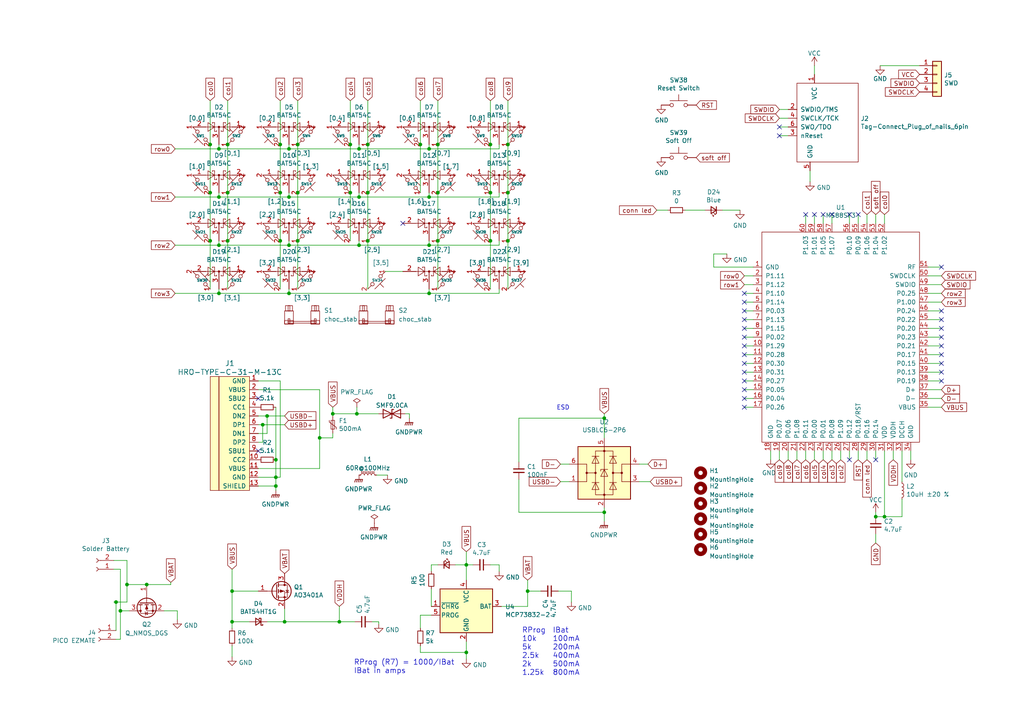
<source format=kicad_sch>
(kicad_sch (version 20250114) (generator "eeschema") (generator_version "9.0")
  (paper "A4")
  (title_block (title "Charles") (date "2021-08-10") (rev "v0.1"))
  (text "ESD" (at 163.322 118.364 0) (effects (font (size 1.27 1.27))))
  (text "RProg\n10k\n5k\n2.5k\n2k\n1.25k" (at 151.384 196.088 0) (effects (font (size 1.524 1.524)) (justify left bottom)))
  (text "IBat\n100mA\n200mA\n400mA\n500mA\n800mA" (at 160.274 196.088 0) (effects (font (size 1.524 1.524)) (justify left bottom)))
  (text "RProg (R7) = 1000/IBat\nIBat in amps" (at 102.616 195.58 0) (effects (font (size 1.524 1.524)) (justify left bottom)))
  (junction (at 83.82 85.09))
  (junction (at 147.32 55.88))
  (junction (at 124.46 57.15))
  (junction (at 124.46 85.09))
  (junction (at 92.71 127))
  (junction (at 135.255 189.23))
  (junction (at 81.28 69.85))
  (junction (at 98.425 180.34))
  (junction (at 86.36 55.88))
  (junction (at 83.82 43.18))
  (junction (at 42.545 169.545))
  (junction (at 147.32 69.85))
  (junction (at 175.26 121.285))
  (junction (at 106.68 55.88))
  (junction (at 127 69.85))
  (junction (at 106.68 69.85))
  (junction (at 81.28 55.88))
  (junction (at 104.14 71.12))
  (junction (at 142.24 69.85))
  (junction (at 101.6 41.91))
  (junction (at 63.5 71.12))
  (junction (at 83.82 71.12))
  (junction (at 63.5 43.18))
  (junction (at 103.505 120.015))
  (junction (at 124.46 71.12))
  (junction (at 254 149.86))
  (junction (at 83.82 57.15))
  (junction (at 101.6 55.88))
  (junction (at 86.36 69.85))
  (junction (at 135.255 163.83))
  (junction (at 80.01 140.97))
  (junction (at 142.24 55.88))
  (junction (at 80.01 138.43))
  (junction (at 86.36 41.91))
  (junction (at 66.04 41.91))
  (junction (at 121.92 41.91))
  (junction (at 33.655 174.625))
  (junction (at 256.54 149.86))
  (junction (at 96.52 120.015))
  (junction (at 60.96 41.91))
  (junction (at 34.925 177.165))
  (junction (at 147.32 41.91))
  (junction (at 67.31 180.34))
  (junction (at 80.01 133.35))
  (junction (at 104.14 43.18))
  (junction (at 60.96 55.88))
  (junction (at 153.035 171.45))
  (junction (at 104.14 57.15))
  (junction (at 142.24 41.91))
  (junction (at 66.04 69.85))
  (junction (at 81.28 41.91))
  (junction (at 36.83 169.545))
  (junction (at 77.47 120.65))
  (junction (at 67.31 171.45))
  (junction (at 63.5 85.09))
  (junction (at 127 55.88))
  (junction (at 175.26 148.59))
  (junction (at 127 41.91))
  (junction (at 60.96 69.85))
  (junction (at 66.04 55.88))
  (junction (at 82.55 180.34))
  (junction (at 106.68 41.91))
  (junction (at 124.46 43.18))
  (junction (at 76.2 123.19))
  (junction (at 63.5 57.15))
  (no_connect (at 248.92 62.23))
  (no_connect (at 246.38 62.23))
  (no_connect (at 273.05 107.95))
  (no_connect (at 236.22 62.23))
  (no_connect (at 273.05 92.71))
  (no_connect (at 273.05 95.25))
  (no_connect (at 215.9 85.09))
  (no_connect (at 254 133.35))
  (no_connect (at 215.9 118.11))
  (no_connect (at 215.9 115.57))
  (no_connect (at 116.84 64.77))
  (no_connect (at 246.38 133.35))
  (no_connect (at 233.68 62.23))
  (no_connect (at 74.93 115.57))
  (no_connect (at 215.9 107.95))
  (no_connect (at 226.06 39.37))
  (no_connect (at 273.05 77.47))
  (no_connect (at 273.05 102.87))
  (no_connect (at 226.06 36.83))
  (no_connect (at 273.05 110.49))
  (no_connect (at 215.9 100.33))
  (no_connect (at 215.9 95.25))
  (no_connect (at 215.9 97.79))
  (no_connect (at 273.05 100.33))
  (no_connect (at 215.9 102.87))
  (no_connect (at 215.9 105.41))
  (no_connect (at 241.3 62.23))
  (no_connect (at 273.05 90.17))
  (no_connect (at 238.76 62.23))
  (no_connect (at 74.93 130.81))
  (no_connect (at 273.05 97.79))
  (no_connect (at 273.05 105.41))
  (no_connect (at 215.9 92.71))
  (no_connect (at 215.9 87.63))
  (no_connect (at 215.9 90.17))
  (no_connect (at 215.9 113.03))
  (no_connect (at 215.9 110.49))
  (wire (pts (xy 215.9 110.49) (xy 218.44 110.49)))
  (wire (pts (xy 124.46 41.91) (xy 124.46 43.18)))
  (wire (pts (xy 86.36 55.88) (xy 86.36 69.85)))
  (wire (pts (xy 83.82 57.15) (xy 104.14 57.15)))
  (wire (pts (xy 33.02 165.1) (xy 34.925 165.1)))
  (wire (pts (xy 175.26 120.015) (xy 175.26 121.285)))
  (wire (pts (xy 135.255 189.23) (xy 135.255 191.135)))
  (wire (pts (xy 215.9 85.09) (xy 218.44 85.09)))
  (wire (pts (xy 118.745 120.015) (xy 118.745 121.285)))
  (wire (pts (xy 215.9 113.03) (xy 218.44 113.03)))
  (wire (pts (xy 103.505 120.015) (xy 103.505 118.11)))
  (wire (pts (xy 273.05 115.57) (xy 269.24 115.57)))
  (wire (pts (xy 144.78 85.09) (xy 144.78 83.82)))
  (wire (pts (xy 124.46 69.85) (xy 124.46 71.12)))
  (wire (pts (xy 226.06 133.35) (xy 226.06 130.81)))
  (wire (pts (xy 80.01 140.97) (xy 80.01 142.24)))
  (wire (pts (xy 273.05 105.41) (xy 269.24 105.41)))
  (wire (pts (xy 198.755 60.96) (xy 204.47 60.96)))
  (wire (pts (xy 80.01 138.43) (xy 80.01 140.97)))
  (wire (pts (xy 51.435 177.165) (xy 51.435 179.705)))
  (wire (pts (xy 96.52 120.015) (xy 96.52 118.11)))
  (wire (pts (xy 233.68 133.35) (xy 233.68 130.81)))
  (wire (pts (xy 125.095 163.83) (xy 125.095 165.735)))
  (wire (pts (xy 67.31 165.1) (xy 67.31 171.45)))
  (wire (pts (xy 33.02 162.56) (xy 36.83 162.56)))
  (wire (pts (xy 261.62 130.81) (xy 261.62 139.7)))
  (wire (pts (xy 273.05 113.03) (xy 269.24 113.03)))
  (wire (pts (xy 142.24 29.21) (xy 142.24 41.91)))
  (wire (pts (xy 63.5 43.18) (xy 63.5 41.91)))
  (wire (pts (xy 236.22 133.35) (xy 236.22 130.81)))
  (wire (pts (xy 81.28 69.85) (xy 81.28 83.82)))
  (wire (pts (xy 67.31 182.245) (xy 67.31 180.34)))
  (wire (pts (xy 74.93 125.73) (xy 77.47 125.73)))
  (wire (pts (xy 124.46 71.12) (xy 144.78 71.12)))
  (wire (pts (xy 121.92 29.21) (xy 121.92 41.91)))
  (wire (pts (xy 188.595 139.7) (xy 185.42 139.7)))
  (wire (pts (xy 215.9 95.25) (xy 218.44 95.25)))
  (wire (pts (xy 273.05 80.01) (xy 269.24 80.01)))
  (wire (pts (xy 144.78 41.91) (xy 144.78 43.18)))
  (wire (pts (xy 106.68 29.21) (xy 106.68 41.91)))
  (wire (pts (xy 66.04 55.88) (xy 66.04 69.85)))
  (wire (pts (xy 107.95 180.34) (xy 109.855 180.34)))
  (wire (pts (xy 117.475 120.015) (xy 118.745 120.015)))
  (wire (pts (xy 74.93 110.49) (xy 81.28 110.49)))
  (wire (pts (xy 256.54 62.23) (xy 256.54 64.77)))
  (wire (pts (xy 104.14 71.12) (xy 124.46 71.12)))
  (wire (pts (xy 66.04 69.85) (xy 66.04 83.82)))
  (wire (pts (xy 96.52 120.015) (xy 103.505 120.015)))
  (wire (pts (xy 86.36 69.85) (xy 86.36 83.82)))
  (wire (pts (xy 215.9 105.41) (xy 218.44 105.41)))
  (wire (pts (xy 47.625 177.165) (xy 51.435 177.165)))
  (wire (pts (xy 74.93 140.97) (xy 80.01 140.97)))
  (wire (pts (xy 33.02 174.625) (xy 33.655 174.625)))
  (wire (pts (xy 150.495 148.59) (xy 175.26 148.59)))
  (wire (pts (xy 231.14 133.35) (xy 231.14 130.81)))
  (wire (pts (xy 259.08 130.81) (xy 259.08 133.35)))
  (wire (pts (xy 104.14 55.88) (xy 104.14 57.15)))
  (wire (pts (xy 254 149.86) (xy 256.54 149.86)))
  (wire (pts (xy 92.71 113.03) (xy 74.93 113.03)))
  (wire (pts (xy 104.14 69.85) (xy 104.14 71.12)))
  (wire (pts (xy 236.22 62.23) (xy 236.22 64.77)))
  (wire (pts (xy 67.31 171.45) (xy 67.31 180.34)))
  (wire (pts (xy 254 157.48) (xy 254 154.94)))
  (wire (pts (xy 135.255 160.02) (xy 135.255 163.83)))
  (wire (pts (xy 254 62.23) (xy 254 64.77)))
  (wire (pts (xy 74.93 120.65) (xy 77.47 120.65)))
  (wire (pts (xy 63.5 85.09) (xy 83.82 85.09)))
  (wire (pts (xy 238.76 62.23) (xy 238.76 64.77)))
  (wire (pts (xy 60.96 29.21) (xy 60.96 41.91)))
  (wire (pts (xy 106.68 69.85) (xy 106.68 83.82)))
  (wire (pts (xy 101.6 55.88) (xy 101.6 69.85)))
  (wire (pts (xy 238.76 133.35) (xy 238.76 130.81)))
  (wire (pts (xy 175.26 121.285) (xy 175.26 127)))
  (wire (pts (xy 106.68 41.91) (xy 106.68 55.88)))
  (wire (pts (xy 104.14 41.91) (xy 104.14 43.18)))
  (wire (pts (xy 96.52 125.73) (xy 96.52 127)))
  (wire (pts (xy 74.93 138.43) (xy 80.01 138.43)))
  (wire (pts (xy 207.01 73.66) (xy 207.01 77.47)))
  (wire (pts (xy 261.62 144.78) (xy 261.62 149.86)))
  (wire (pts (xy 83.82 83.82) (xy 83.82 85.09)))
  (wire (pts (xy 144.78 163.83) (xy 144.78 165.735)))
  (wire (pts (xy 135.255 186.055) (xy 135.255 189.23)))
  (wire (pts (xy 33.655 174.625) (xy 33.655 182.88)))
  (wire (pts (xy 66.04 41.91) (xy 66.04 55.88)))
  (wire (pts (xy 63.5 83.82) (xy 63.5 85.09)))
  (wire (pts (xy 251.46 62.23) (xy 251.46 64.77)))
  (wire (pts (xy 147.32 69.85) (xy 147.32 83.82)))
  (wire (pts (xy 81.28 41.91) (xy 81.28 55.88)))
  (wire (pts (xy 153.035 175.895) (xy 153.035 171.45)))
  (wire (pts (xy 63.5 57.15) (xy 83.82 57.15)))
  (wire (pts (xy 34.925 177.165) (xy 37.465 177.165)))
  (wire (pts (xy 273.05 82.55) (xy 269.24 82.55)))
  (wire (pts (xy 80.01 133.35) (xy 80.01 138.43)))
  (wire (pts (xy 63.5 71.12) (xy 83.82 71.12)))
  (wire (pts (xy 251.46 133.35) (xy 251.46 130.81)))
  (wire (pts (xy 248.92 133.35) (xy 248.92 130.81)))
  (wire (pts (xy 215.9 90.17) (xy 218.44 90.17)))
  (wire (pts (xy 162.56 134.62) (xy 165.1 134.62)))
  (wire (pts (xy 215.9 82.55) (xy 218.44 82.55)))
  (wire (pts (xy 60.96 55.88) (xy 60.96 69.85)))
  (wire (pts (xy 273.05 102.87) (xy 269.24 102.87)))
  (wire (pts (xy 121.92 41.91) (xy 121.92 55.88)))
  (wire (pts (xy 142.24 41.91) (xy 142.24 55.88)))
  (wire (pts (xy 60.96 69.85) (xy 60.96 83.82)))
  (wire (pts (xy 125.095 178.435) (xy 121.92 178.435)))
  (wire (pts (xy 193.675 60.96) (xy 190.5 60.96)))
  (wire (pts (xy 111.76 78.74) (xy 116.84 78.74)))
  (wire (pts (xy 273.05 107.95) (xy 269.24 107.95)))
  (wire (pts (xy 144.78 43.18) (xy 124.46 43.18)))
  (wire (pts (xy 147.32 29.21) (xy 147.32 41.91)))
  (wire (pts (xy 77.47 125.73) (xy 77.47 120.65)))
  (wire (pts (xy 161.925 171.45) (xy 165.735 171.45)))
  (wire (pts (xy 142.24 69.85) (xy 142.24 83.82)))
  (wire (pts (xy 215.9 118.11) (xy 218.44 118.11)))
  (wire (pts (xy 66.04 29.21) (xy 66.04 41.91)))
  (wire (pts (xy 137.16 163.83) (xy 135.255 163.83)))
  (wire (pts (xy 150.495 148.59) (xy 150.495 139.065)))
  (wire (pts (xy 103.505 120.015) (xy 109.855 120.015)))
  (wire (pts (xy 83.82 41.91) (xy 83.82 43.18)))
  (wire (pts (xy 234.95 49.53) (xy 234.95 52.705)))
  (wire (pts (xy 81.28 55.88) (xy 81.28 69.85)))
  (wire (pts (xy 153.035 171.45) (xy 153.035 168.275)))
  (wire (pts (xy 109.22 137.795) (xy 112.395 137.795)))
  (wire (pts (xy 81.28 138.43) (xy 80.01 138.43)))
  (wire (pts (xy 125.095 170.815) (xy 125.095 175.895)))
  (wire (pts (xy 83.82 43.18) (xy 63.5 43.18)))
  (wire (pts (xy 241.3 133.35) (xy 241.3 130.81)))
  (wire (pts (xy 273.05 110.49) (xy 269.24 110.49)))
  (wire (pts (xy 98.425 180.34) (xy 102.87 180.34)))
  (wire (pts (xy 243.84 133.35) (xy 243.84 130.81)))
  (wire (pts (xy 127 41.91) (xy 127 55.88)))
  (wire (pts (xy 241.3 62.23) (xy 241.3 64.77)))
  (wire (pts (xy 127 163.83) (xy 125.095 163.83)))
  (wire (pts (xy 80.01 118.11) (xy 80.01 133.35)))
  (wire (pts (xy 106.68 55.88) (xy 106.68 69.85)))
  (wire (pts (xy 269.24 118.11) (xy 273.05 118.11)))
  (wire (pts (xy 215.9 80.01) (xy 218.44 80.01)))
  (wire (pts (xy 142.24 55.88) (xy 142.24 69.85)))
  (wire (pts (xy 273.05 95.25) (xy 269.24 95.25)))
  (wire (pts (xy 132.08 163.83) (xy 135.255 163.83)))
  (wire (pts (xy 67.31 171.45) (xy 74.93 171.45)))
  (wire (pts (xy 82.55 176.53) (xy 82.55 180.34)))
  (wire (pts (xy 83.82 71.12) (xy 104.14 71.12)))
  (wire (pts (xy 147.32 41.91) (xy 147.32 55.88)))
  (wire (pts (xy 34.925 165.1) (xy 34.925 177.165)))
  (wire (pts (xy 33.655 174.625) (xy 36.83 174.625)))
  (wire (pts (xy 256.54 130.81) (xy 256.54 149.86)))
  (wire (pts (xy 77.47 120.65) (xy 82.55 120.65)))
  (wire (pts (xy 36.83 169.545) (xy 36.83 174.625)))
  (wire (pts (xy 76.2 128.27) (xy 76.2 123.19)))
  (wire (pts (xy 144.78 69.85) (xy 144.78 71.12)))
  (wire (pts (xy 50.8 43.18) (xy 63.5 43.18)))
  (wire (pts (xy 109.855 180.34) (xy 109.855 180.975)))
  (wire (pts (xy 127 29.21) (xy 127 41.91)))
  (wire (pts (xy 42.545 169.545) (xy 49.53 169.545)))
  (wire (pts (xy 60.96 41.91) (xy 60.96 55.88)))
  (wire (pts (xy 228.6 34.29) (xy 226.06 34.29)))
  (wire (pts (xy 36.83 169.545) (xy 42.545 169.545)))
  (wire (pts (xy 246.38 62.23) (xy 246.38 64.77)))
  (wire (pts (xy 215.9 97.79) (xy 218.44 97.79)))
  (wire (pts (xy 36.83 162.56) (xy 36.83 169.545)))
  (wire (pts (xy 83.82 55.88) (xy 83.82 57.15)))
  (wire (pts (xy 50.8 71.12) (xy 63.5 71.12)))
  (wire (pts (xy 74.93 123.19) (xy 76.2 123.19)))
  (wire (pts (xy 63.5 69.85) (xy 63.5 71.12)))
  (wire (pts (xy 50.8 85.09) (xy 63.5 85.09)))
  (wire (pts (xy 256.54 149.86) (xy 261.62 149.86)))
  (wire (pts (xy 74.93 135.89) (xy 92.71 135.89)))
  (wire (pts (xy 273.05 90.17) (xy 269.24 90.17)))
  (wire (pts (xy 226.06 36.83) (xy 228.6 36.83)))
  (wire (pts (xy 233.68 62.23) (xy 233.68 64.77)))
  (wire (pts (xy 156.845 171.45) (xy 153.035 171.45)))
  (wire (pts (xy 175.26 151.13) (xy 175.26 148.59)))
  (wire (pts (xy 86.36 29.21) (xy 86.36 41.91)))
  (wire (pts (xy 104.14 43.18) (xy 83.82 43.18)))
  (wire (pts (xy 210.82 73.66) (xy 207.01 73.66)))
  (wire (pts (xy 83.82 69.85) (xy 83.82 71.12)))
  (wire (pts (xy 273.05 87.63) (xy 269.24 87.63)))
  (wire (pts (xy 63.5 55.88) (xy 63.5 57.15)))
  (wire (pts (xy 269.24 97.79) (xy 273.05 97.79)))
  (wire (pts (xy 81.28 110.49) (xy 81.28 138.43)))
  (wire (pts (xy 124.46 57.15) (xy 144.78 57.15)))
  (wire (pts (xy 147.32 55.88) (xy 147.32 69.85)))
  (wire (pts (xy 150.495 121.285) (xy 150.495 133.985)))
  (wire (pts (xy 81.28 29.21) (xy 81.28 41.91)))
  (wire (pts (xy 92.71 127) (xy 96.52 127)))
  (wire (pts (xy 124.46 43.18) (xy 104.14 43.18)))
  (wire (pts (xy 67.31 180.34) (xy 72.39 180.34)))
  (wire (pts (xy 150.495 121.285) (xy 175.26 121.285)))
  (wire (pts (xy 254 149.86) (xy 254 148.59)))
  (wire (pts (xy 215.9 102.87) (xy 218.44 102.87)))
  (wire (pts (xy 124.46 55.88) (xy 124.46 57.15)))
  (wire (pts (xy 98.425 180.34) (xy 98.425 175.895)))
  (wire (pts (xy 215.9 100.33) (xy 218.44 100.33)))
  (wire (pts (xy 74.93 128.27) (xy 76.2 128.27)))
  (wire (pts (xy 34.925 177.165) (xy 34.925 185.42)))
  (wire (pts (xy 162.56 139.7) (xy 165.1 139.7)))
  (wire (pts (xy 228.6 31.75) (xy 226.06 31.75)))
  (wire (pts (xy 207.01 77.47) (xy 218.44 77.47)))
  (wire (pts (xy 49.53 169.545) (xy 49.53 168.91)))
  (wire (pts (xy 76.2 123.19) (xy 82.55 123.19)))
  (wire (pts (xy 135.255 163.83) (xy 135.255 168.275)))
  (wire (pts (xy 86.36 41.91) (xy 86.36 55.88)))
  (wire (pts (xy 34.925 185.42) (xy 33.655 185.42)))
  (wire (pts (xy 121.92 178.435) (xy 121.92 182.245)))
  (wire (pts (xy 246.38 133.35) (xy 246.38 130.81)))
  (wire (pts (xy 273.05 85.09) (xy 269.24 85.09)))
  (wire (pts (xy 236.22 19.05) (xy 236.22 21.59)))
  (wire (pts (xy 67.31 187.325) (xy 67.31 190.5)))
  (wire (pts (xy 215.9 107.95) (xy 218.44 107.95)))
  (wire (pts (xy 101.6 41.91) (xy 101.6 55.88)))
  (wire (pts (xy 92.71 127) (xy 92.71 113.03)))
  (wire (pts (xy 127 55.88) (xy 127 69.85)))
  (wire (pts (xy 165.735 171.45) (xy 165.735 174.625)))
  (wire (pts (xy 77.47 180.34) (xy 82.55 180.34)))
  (wire (pts (xy 82.55 180.34) (xy 98.425 180.34)))
  (wire (pts (xy 124.46 85.09) (xy 144.78 85.09)))
  (wire (pts (xy 215.9 115.57) (xy 218.44 115.57)))
  (wire (pts (xy 83.82 85.09) (xy 124.46 85.09)))
  (wire (pts (xy 223.52 133.35) (xy 223.52 130.81)))
  (wire (pts (xy 187.96 134.62) (xy 185.42 134.62)))
  (wire (pts (xy 273.05 77.47) (xy 269.24 77.47)))
  (wire (pts (xy 124.46 83.82) (xy 124.46 85.09)))
  (wire (pts (xy 248.92 62.23) (xy 248.92 64.77)))
  (wire (pts (xy 273.05 92.71) (xy 269.24 92.71)))
  (wire (pts (xy 127 69.85) (xy 127 83.82)))
  (wire (pts (xy 101.6 29.21) (xy 101.6 41.91)))
  (wire (pts (xy 254 133.35) (xy 254 130.81)))
  (wire (pts (xy 50.8 57.15) (xy 63.5 57.15)))
  (wire (pts (xy 92.71 135.89) (xy 92.71 127)))
  (wire (pts (xy 121.92 189.23) (xy 135.255 189.23)))
  (wire (pts (xy 264.16 133.35) (xy 264.16 130.81)))
  (wire (pts (xy 142.24 163.83) (xy 144.78 163.83)))
  (wire (pts (xy 175.26 148.59) (xy 175.26 147.32)))
  (wire (pts (xy 145.415 175.895) (xy 153.035 175.895)))
  (wire (pts (xy 104.14 57.15) (xy 124.46 57.15)))
  (wire (pts (xy 215.9 87.63) (xy 218.44 87.63)))
  (wire (pts (xy 121.92 187.325) (xy 121.92 189.23)))
  (wire (pts (xy 215.9 92.71) (xy 218.44 92.71)))
  (wire (pts (xy 255.27 19.05) (xy 266.7 19.05)))
  (wire (pts (xy 96.52 120.65) (xy 96.52 120.015)))
  (wire (pts (xy 228.6 133.35) (xy 228.6 130.81)))
  (wire (pts (xy 273.05 100.33) (xy 269.24 100.33)))
  (wire (pts (xy 226.06 39.37) (xy 228.6 39.37)))
  (wire (pts (xy 144.78 55.88) (xy 144.78 57.15)))
  (wire (pts (xy 214.63 60.96) (xy 209.55 60.96)))
  (global_label "row0" (shape input) (at 50.8 43.18 180) (property "Intersheetrefs" "${INTERSHEET_REFS}" (effects (hide yes))))
  (global_label "col3" (shape input) (at 86.36 29.21 90) (property "Intersheetrefs" "${INTERSHEET_REFS}" (effects (hide yes))))
  (global_label "VBAT" (shape input) (at 82.55 166.37 90) (property "Intersheetrefs" "${INTERSHEET_REFS}" (effects (hide yes))))
  (global_label "USBD+" (shape input) (at 82.55 123.19 0) (property "Intersheetrefs" "${INTERSHEET_REFS}" (effects (hide yes))))
  (global_label "VCC" (shape input) (at 266.7 21.59 180) (property "Intersheetrefs" "${INTERSHEET_REFS}" (effects (hide yes))))
  (global_label "VBUS" (shape input) (at 273.05 118.11 0) (property "Intersheetrefs" "${INTERSHEET_REFS}" (effects (hide yes))))
  (global_label "conn led" (shape input) (at 190.5 60.96 180) (property "Intersheetrefs" "${INTERSHEET_REFS}" (effects (hide yes))))
  (global_label "row3" (shape input) (at 50.8 85.09 180) (property "Intersheetrefs" "${INTERSHEET_REFS}" (effects (hide yes))))
  (global_label "col0" (shape input) (at 60.96 29.21 90) (property "Intersheetrefs" "${INTERSHEET_REFS}" (effects (hide yes))))
  (global_label "col1" (shape input) (at 66.04 29.21 90) (property "Intersheetrefs" "${INTERSHEET_REFS}" (effects (hide yes))))
  (global_label "row1" (shape input) (at 215.9 82.55 180) (property "Intersheetrefs" "${INTERSHEET_REFS}" (effects (hide yes))))
  (global_label "USBD-" (shape input) (at 82.55 120.65 0) (property "Intersheetrefs" "${INTERSHEET_REFS}" (effects (hide yes))))
  (global_label "col9" (shape input) (at 226.06 133.35 270) (property "Intersheetrefs" "${INTERSHEET_REFS}" (effects (hide yes))))
  (global_label "D-" (shape input) (at 162.56 134.62 180) (property "Intersheetrefs" "${INTERSHEET_REFS}" (effects (hide yes))))
  (global_label "col2" (shape input) (at 81.28 29.21 90) (property "Intersheetrefs" "${INTERSHEET_REFS}" (effects (hide yes))))
  (global_label "col3" (shape input) (at 241.3 133.35 270) (property "Intersheetrefs" "${INTERSHEET_REFS}" (effects (hide yes))))
  (global_label "RST" (shape input) (at 248.92 133.35 270) (property "Intersheetrefs" "${INTERSHEET_REFS}" (effects (hide yes))))
  (global_label "SWDIO" (shape input) (at 226.06 31.75 180) (property "Intersheetrefs" "${INTERSHEET_REFS}" (effects (hide yes))))
  (global_label "soft off" (shape input) (at 254 62.23 90) (property "Intersheetrefs" "${INTERSHEET_REFS}" (effects (hide yes))))
  (global_label "col8" (shape input) (at 228.6 133.35 270) (property "Intersheetrefs" "${INTERSHEET_REFS}" (effects (hide yes))))
  (global_label "col1" (shape input) (at 251.46 62.23 90) (property "Intersheetrefs" "${INTERSHEET_REFS}" (effects (hide yes))))
  (global_label "col7" (shape input) (at 231.14 133.35 270) (property "Intersheetrefs" "${INTERSHEET_REFS}" (effects (hide yes))))
  (global_label "VBUS" (shape input) (at 135.255 160.02 90) (property "Intersheetrefs" "${INTERSHEET_REFS}" (effects (hide yes))))
  (global_label "SWDIO" (shape input) (at 266.7 24.13 180) (property "Intersheetrefs" "${INTERSHEET_REFS}" (effects (hide yes))))
  (global_label "col0" (shape input) (at 256.54 62.23 90) (property "Intersheetrefs" "${INTERSHEET_REFS}" (effects (hide yes))))
  (global_label "VBUS" (shape input) (at 96.52 118.11 90) (property "Intersheetrefs" "${INTERSHEET_REFS}" (effects (hide yes))))
  (global_label "col4" (shape input) (at 101.6 29.21 90) (property "Intersheetrefs" "${INTERSHEET_REFS}" (effects (hide yes))))
  (global_label "VBUS" (shape input) (at 175.26 120.015 90) (property "Intersheetrefs" "${INTERSHEET_REFS}" (effects (hide yes))))
  (global_label "col2" (shape input) (at 243.84 133.35 270) (property "Intersheetrefs" "${INTERSHEET_REFS}" (effects (hide yes))))
  (global_label "D+" (shape input) (at 187.96 134.62 0) (property "Intersheetrefs" "${INTERSHEET_REFS}" (effects (hide yes))))
  (global_label "RST" (shape input) (at 201.93 30.48 0) (property "Intersheetrefs" "${INTERSHEET_REFS}" (effects (hide yes))))
  (global_label "D+" (shape input) (at 273.05 113.03 0) (property "Intersheetrefs" "${INTERSHEET_REFS}" (effects (hide yes))))
  (global_label "SWDCLK" (shape input) (at 273.05 80.01 0) (property "Intersheetrefs" "${INTERSHEET_REFS}" (effects (hide yes))))
  (global_label "col5" (shape input) (at 106.68 29.21 90) (property "Intersheetrefs" "${INTERSHEET_REFS}" (effects (hide yes))))
  (global_label "USBD-" (shape input) (at 162.56 139.7 180) (property "Intersheetrefs" "${INTERSHEET_REFS}" (effects (hide yes))))
  (global_label "GND" (shape input) (at 254 157.48 270) (property "Intersheetrefs" "${INTERSHEET_REFS}" (effects (hide yes))))
  (global_label "soft off" (shape input) (at 201.93 45.72 0) (property "Intersheetrefs" "${INTERSHEET_REFS}" (effects (hide yes))))
  (global_label "row3" (shape input) (at 273.05 87.63 0) (property "Intersheetrefs" "${INTERSHEET_REFS}" (effects (hide yes))))
  (global_label "col8" (shape input) (at 142.24 29.21 90) (property "Intersheetrefs" "${INTERSHEET_REFS}" (effects (hide yes))))
  (global_label "col4" (shape input) (at 238.76 133.35 270) (property "Intersheetrefs" "${INTERSHEET_REFS}" (effects (hide yes))))
  (global_label "col9" (shape input) (at 147.32 29.21 90) (property "Intersheetrefs" "${INTERSHEET_REFS}" (effects (hide yes))))
  (global_label "row2" (shape input) (at 50.8 71.12 180) (property "Intersheetrefs" "${INTERSHEET_REFS}" (effects (hide yes))))
  (global_label "USBD+" (shape input) (at 188.595 139.7 0) (property "Intersheetrefs" "${INTERSHEET_REFS}" (effects (hide yes))))
  (global_label "SWDCLK" (shape input) (at 266.7 26.67 180) (property "Intersheetrefs" "${INTERSHEET_REFS}" (effects (hide yes))))
  (global_label "col5" (shape input) (at 236.22 133.35 270) (property "Intersheetrefs" "${INTERSHEET_REFS}" (effects (hide yes))))
  (global_label "row1" (shape input) (at 50.8 57.15 180) (property "Intersheetrefs" "${INTERSHEET_REFS}" (effects (hide yes))))
  (global_label "col7" (shape input) (at 127 29.21 90) (property "Intersheetrefs" "${INTERSHEET_REFS}" (effects (hide yes))))
  (global_label "VDDH" (shape input) (at 98.425 175.895 90) (property "Intersheetrefs" "${INTERSHEET_REFS}" (effects (hide yes))))
  (global_label "conn led" (shape input) (at 251.46 133.35 270) (property "Intersheetrefs" "${INTERSHEET_REFS}" (effects (hide yes))))
  (global_label "row0" (shape input) (at 215.9 80.01 180) (property "Intersheetrefs" "${INTERSHEET_REFS}" (effects (hide yes))))
  (global_label "col6" (shape input) (at 121.92 29.21 90) (property "Intersheetrefs" "${INTERSHEET_REFS}" (effects (hide yes))))
  (global_label "D-" (shape input) (at 273.05 115.57 0) (property "Intersheetrefs" "${INTERSHEET_REFS}" (effects (hide yes))))
  (global_label "SWDCLK" (shape input) (at 226.06 34.29 180) (property "Intersheetrefs" "${INTERSHEET_REFS}" (effects (hide yes))))
  (global_label "col6" (shape input) (at 233.68 133.35 270) (property "Intersheetrefs" "${INTERSHEET_REFS}" (effects (hide yes))))
  (global_label "VBUS" (shape input) (at 67.31 165.1 90) (property "Intersheetrefs" "${INTERSHEET_REFS}" (effects (hide yes))))
  (global_label "VDDH" (shape input) (at 259.08 133.35 270) (property "Intersheetrefs" "${INTERSHEET_REFS}" (effects (hide yes))))
  (global_label "VBAT" (shape input) (at 49.53 168.91 90) (property "Intersheetrefs" "${INTERSHEET_REFS}" (effects (hide yes))))
  (global_label "row2" (shape input) (at 273.05 85.09 0) (property "Intersheetrefs" "${INTERSHEET_REFS}" (effects (hide yes))))
  (global_label "SWDIO" (shape input) (at 273.05 82.55 0) (property "Intersheetrefs" "${INTERSHEET_REFS}" (effects (hide yes))))
  (global_label "VBAT" (shape input) (at 153.035 168.275 90) (property "Intersheetrefs" "${INTERSHEET_REFS}" (effects (hide yes))))
  (symbol (lib_id "minew:MS88SF3") (at 243.84 101.6 0) (unit 1)
    (property "Reference" "U1" (at 243.84 60.1726 0))
    (property "Value" "MS88SF3" (at 243.84 62.484 0))
    (property "Footprint" "minew:MS88SF3" (effects (hide yes)))
    (property "MPN" "MS88SF3-1Y40AIR" (effects (hide yes)))
  )
  (symbol (lib_id "Device:C_Small") (at 159.385 171.45 270) (mirror x) (unit 1)
    (property "Reference" "C4" (at 158.2166 173.7614 0) (effects (justify right)))
    (property "Value" "4.7uF" (at 160.528 173.7614 0) (effects (justify right)))
    (property "Footprint" "Capacitor_SMD:C_0201_0603Metric" (effects (hide yes)))
  )
  (symbol (lib_id "Device:R_Small") (at 125.095 168.275 0) (unit 1)
    (property "Reference" "R5" (at 120.1166 168.275 90))
    (property "Value" "100" (at 122.428 168.275 90))
    (property "Footprint" "Resistor_SMD:R_0201_0603Metric" (effects (hide yes)))
  )
  (symbol (lib_id "Device:R_Small") (at 121.92 184.785 180) (unit 1)
    (property "Reference" "R7" (at 123.4186 183.6166 0) (effects (justify right)))
    (property "Value" "5k" (at 123.4186 185.928 0) (effects (justify right)))
    (property "Footprint" "Resistor_SMD:R_0201_0603Metric" (effects (hide yes)))
  )
  (symbol (lib_id "Device:C_Small") (at 139.7 163.83 270) (unit 1)
    (property "Reference" "C3" (at 139.7 158.0134 90))
    (property "Value" "4.7uF" (at 139.7 160.3248 90))
    (property "Footprint" "Capacitor_SMD:C_0201_0603Metric" (effects (hide yes)))
  )
  (symbol (lib_id "Power_Protection:USBLC6-2P6") (at 175.26 137.16 0) (unit 1)
    (property "Reference" "U2" (at 175.26 122.4026 0))
    (property "Value" "USBLC6-2P6" (at 175.26 124.714 0))
    (property "Footprint" "Package_TO_SOT_SMD:SOT-666" (effects (hide yes)))
    (property "Datasheet" "https://www.st.com/resource/en/datasheet/usblc6-2.pdf" (effects (hide yes)))
    (property "MPN" "USBLC6-2P6" (effects (hide yes)))
  )
  (symbol (lib_id "Device:R_Small") (at 77.47 118.11 270) (unit 1)
    (property "Reference" "R1" (at 77.47 113.1316 90))
    (property "Value" "5.1k" (at 77.47 115.443 90))
    (property "Footprint" "Resistor_SMD:R_0201_0603Metric" (effects (hide yes)))
  )
  (symbol (lib_id "Device:R_Small") (at 77.47 133.35 270) (unit 1)
    (property "Reference" "R2" (at 77.47 128.3716 90))
    (property "Value" "5.1k" (at 77.47 130.683 90))
    (property "Footprint" "Resistor_SMD:R_0201_0603Metric" (effects (hide yes)))
  )
  (symbol (lib_id "Connector:Conn_01x02_Female") (at 27.94 165.1 180) (unit 1)
    (property "Reference" "J3" (at 30.6832 156.845 0))
    (property "Value" "Solder Battery" (at 30.6832 159.1564 0))
    (property "Footprint" "Connector_PinSocket_2.54mm:PinSocket_1x02_P2.54mm_Vertical" (effects (hide yes)))
  )
  (symbol (lib_id "power:PWR_FLAG") (at 103.505 118.11 0) (unit 1)
    (property "Reference" "#FLG01" (effects (hide yes)))
    (property "Value" "PWR_FLAG" (at 103.505 113.7158 0))
  )
  (symbol (lib_id "Device:C_Small") (at 150.495 136.525 0) (unit 1)
    (property "Reference" "C1" (at 152.8318 135.3566 0) (effects (justify left)))
    (property "Value" "100nF" (at 152.8318 137.668 0) (effects (justify left)))
    (property "Footprint" "Capacitor_SMD:C_0201_0603Metric" (effects (hide yes)))
  )
  (symbol (lib_id "Device:C_Small") (at 105.41 180.34 90) (unit 1)
    (property "Reference" "C5" (at 104.2416 178.0032 0) (effects (justify left)))
    (property "Value" "4.7uF" (at 106.553 178.0032 0) (effects (justify left)))
    (property "Footprint" "Capacitor_SMD:C_0201_0603Metric" (effects (hide yes)))
  )
  (symbol (lib_id "power:PWR_FLAG") (at 108.585 151.765 0) (unit 1)
    (property "Reference" "#FLG02" (effects (hide yes)))
    (property "Value" "PWR_FLAG" (at 108.585 147.3708 0))
  )
  (symbol (lib_id "tag-connect:Tag-Connect_Plug_of_nails_6pin") (at 243.84 38.1 0) (unit 1)
    (property "Reference" "J2" (at 249.6312 34.3916 0) (effects (justify left)))
    (property "Value" "Tag-Connect_Plug_of_nails_6pin" (at 249.6312 36.703 0) (effects (justify left)))
    (property "Footprint" "Connector:Tag-Connect_TC2030-IDC-NL_2x03_P1.27mm_Vertical" (effects (hide yes)))
  )
  (symbol (lib_id "Device:L_Small") (at 261.62 142.24 0) (unit 1)
    (property "Reference" "L2" (at 262.8392 141.0716 0) (effects (justify left)))
    (property "Value" "10uH ±20 %" (at 262.8392 143.383 0) (effects (justify left)))
    (property "Footprint" "Inductor_SMD:L_0805_2012Metric" (effects (hide yes)))
    (property "MPN" "MCL2012H100MT" (effects (hide yes)))
  )
  (symbol (lib_id "Device:C_Small") (at 254 152.4 0) (unit 1)
    (property "Reference" "C2" (at 256.3368 151.2316 0) (effects (justify left)))
    (property "Value" "4.7uF" (at 256.3368 153.543 0) (effects (justify left)))
    (property "Footprint" "Capacitor_SMD:C_0201_0603Metric" (effects (hide yes)))
  )
  (symbol (lib_id "Device:LED_Small") (at 207.01 60.96 180) (unit 1)
    (property "Reference" "D24" (at 207.01 55.7022 0))
    (property "Value" "Blue" (at 207.01 58.0136 0))
    (property "Footprint" "LED_SMD:LED_1206_3216Metric_ReverseMount_Hole1.8x2.4mm" (effects (hide yes)))
    (property "MPN" "MHT151UBCT" (effects (hide yes)))
  )
  (symbol (lib_id "Device:LED_Small") (at 129.54 163.83 0) (unit 1)
    (property "Reference" "D3" (at 129.54 157.861 0))
    (property "Value" "Red" (at 129.54 160.1724 0))
    (property "Footprint" "LED_SMD:LED_1206_3216Metric_ReverseMount_Hole1.8x2.4mm" (effects (hide yes)))
    (property "MPN" "MHT151CRCT" (effects (hide yes)))
  )
  (symbol (lib_id "Device:Polyfuse_Small") (at 96.52 123.19 0) (unit 1)
    (property "Reference" "F1" (at 98.2472 122.0216 0) (effects (justify left)))
    (property "Value" "500mA" (at 98.2472 124.333 0) (effects (justify left)))
    (property "Footprint" "Fuse:Fuse_1206_3216Metric_Castellated" (effects (hide yes)))
    (property "MPN" "0ZCJ0050AF2E" (effects (hide yes)))
  )
  (symbol (lib_id "Switch:SW_Push") (at 196.85 30.48 0) (unit 1)
    (property "Reference" "SW38" (at 196.85 23.241 0))
    (property "Value" "Reset Switch" (at 196.85 25.5524 0))
    (property "Footprint" "Button_Switch_SMD:Panasonic_EVQPUL_EVQPUC" (effects (hide yes)))
  )
  (symbol (lib_id "Battery_Management:LTC4054ES5-4.2") (at 135.255 175.895 0) (unit 1)
    (property "Reference" "U4" (at 146.5326 175.9966 0) (effects (justify left)))
    (property "Value" "MCP73832-2" (at 146.5326 178.308 0) (effects (justify left)))
    (property "Footprint" "Package_TO_SOT_SMD:TSOT-23-5" (effects (hide yes)))
    (property "Datasheet" "https://www.analog.com/media/en/technical-documentation/data-sheets/405442xf.pdf" (effects (hide yes)))
    (property "MPN" " MCP73832T-2ACI/OT" (effects (hide yes)))
  )
  (symbol (lib_id "Transistor_FET:AO3401A") (at 80.01 171.45 0) (unit 1)
    (property "Reference" "Q1" (at 85.217 170.2816 0) (effects (justify left)))
    (property "Value" "AO3401A" (at 85.217 172.593 0) (effects (justify left)))
    (property "Footprint" "Package_TO_SOT_SMD:SOT-23" (effects (hide yes)))
    (property "Datasheet" "http://www.aosmd.com/pdfs/datasheet/AO3401A.pdf" (effects (hide yes)))
    (property "MPN" "AO3401A" (effects (hide yes)))
  )
  (symbol (lib_id "Device:R_Small") (at 67.31 184.785 0) (unit 1)
    (property "Reference" "R6" (at 68.8086 183.6166 0) (effects (justify left)))
    (property "Value" "100k" (at 68.8086 185.928 0) (effects (justify left)))
    (property "Footprint" "Resistor_SMD:R_0201_0603Metric" (effects (hide yes)))
  )
  (symbol (lib_id "Device:D_Schottky_Small") (at 74.93 180.34 180) (unit 1)
    (property "Reference" "D4" (at 74.93 175.0822 0))
    (property "Value" "BAT54HT1G" (at 74.93 177.3936 0))
    (property "Footprint" "Diode_SMD:D_SOD-323" (effects (hide yes)))
    (property "MPN" "BAT54HT1G" (effects (hide yes)))
  )
  (symbol (lib_name "SW_Push_45deg_1") (lib_id "Switch:SW_Push_45deg") (at 119.38 53.34 270) (mirror x) (unit 1)
    (property "Reference" "SW17" (at 119.634 53.34 90) (effects (font (size 0.75 0.75))))
    (property "Value" "[1,6]" (at 120.65 58.42 90))
    (property "Footprint" "chaz:choc-1u-millmax" (effects (hide yes)))
    (property "ROW" "0" (effects (hide yes)))
    (property "COL" "0" (effects (hide yes)))
  )
  (symbol (lib_name "SW_Push_45deg_1") (lib_id "Switch:SW_Push_45deg") (at 149.86 53.34 90) (unit 1)
    (property "Reference" "SW20" (at 149.86 53.34 90) (effects (font (size 0.75 0.75))))
    (property "Value" "[1,9]" (at 148.59 58.42 90))
    (property "Footprint" "chaz:choc-1u-millmax" (effects (hide yes)))
  )
  (symbol (lib_name "SW_Push_45deg_1") (lib_id "Switch:SW_Push_45deg") (at 129.54 67.31 90) (unit 1)
    (property "Reference" "SW27" (at 129.54 67.31 90) (effects (font (size 0.75 0.75))))
    (property "Value" "[2,7]" (at 128.27 72.39 90))
    (property "Footprint" "chaz:choc-1u-millmax" (effects (hide yes)))
  )
  (symbol (lib_id "power:GND") (at 135.255 191.135 0) (unit 1)
    (property "Reference" "#PWR024" (effects (hide yes)))
    (property "Value" "GND" (at 137.16 192.8388 0) (effects (justify left)))
  )
  (symbol (lib_id "power:GND") (at 165.735 174.625 0) (unit 1)
    (property "Reference" "#PWR020" (effects (hide yes)))
    (property "Value" "GND" (at 167.64 176.3288 0) (effects (justify left)))
  )
  (symbol (lib_id "Device:R_Small") (at 196.215 60.96 270) (unit 1)
    (property "Reference" "R3" (at 196.215 55.9816 90))
    (property "Value" "0" (at 196.215 58.293 90))
    (property "Footprint" "Resistor_SMD:R_0201_0603Metric" (effects (hide yes)))
  )
  (symbol (lib_name "SW_Push_45deg_1") (lib_id "Switch:SW_Push_45deg") (at 99.06 67.31 90) (mirror x) (unit 1)
    (property "Reference" "SW25" (at 98.806 67.31 90) (effects (font (size 0.75 0.75))))
    (property "Value" "[2,4]" (at 97.79 62.23 90))
    (property "Footprint" "chaz:choc-1u-millmax" (effects (hide yes)))
    (property "ROW" "0" (effects (hide yes)))
    (property "COL" "0" (effects (hide yes)))
  )
  (symbol (lib_id "power:VCC") (at 254 148.59 0) (unit 1)
    (property "Reference" "#PWR014" (effects (hide yes)))
    (property "Value" "VCC" (at 254 145.0142 0))
  )
  (symbol (lib_id "Diode:BAT54C") (at 83.82 50.8 0) (unit 1)
    (property "Reference" "D10" (at 83.82 45.085 0))
    (property "Value" "BAT54C" (at 83.82 47.3964 0))
    (property "Footprint" "Package_TO_SOT_SMD:SOT-23" (effects (hide yes)))
    (property "Datasheet" "http://www.diodes.com/_files/datasheets/ds11005.pdf" (effects (hide yes)))
  )
  (symbol (lib_id "power:GND") (at 223.52 133.35 0) (unit 1)
    (property "Reference" "#PWR012" (effects (hide yes)))
    (property "Value" "GND" (at 220.98 137.16 0) (effects (justify left)))
  )
  (symbol (lib_name "SW_Push_45deg_1") (lib_id "Switch:SW_Push_45deg") (at 99.06 39.37 90) (mirror x) (unit 1)
    (property "Reference" "SW5" (at 98.806 39.37 90) (effects (font (size 0.75 0.75))))
    (property "Value" "[0,4]" (at 97.79 34.29 90))
    (property "Footprint" "chaz:choc-1u-millmax" (effects (hide yes)))
    (property "ROW" "0" (effects (hide yes)))
    (property "COL" "0" (effects (hide yes)))
  )
  (symbol (lib_id "Diode:BAT54C") (at 104.14 36.83 0) (mirror y) (unit 1)
    (property "Reference" "D6" (at 104.14 31.115 0))
    (property "Value" "BAT54C" (at 104.14 33.4264 0))
    (property "Footprint" "Package_TO_SOT_SMD:SOT-23" (effects (hide yes)))
    (property "Datasheet" "http://www.diodes.com/_files/datasheets/ds11005.pdf" (effects (hide yes)))
  )
  (symbol (lib_id "Mechanical:MountingHole") (at 203.2 150.495 0) (unit 1)
    (property "Reference" "H4" (at 205.74 149.86 0) (effects (justify left)))
    (property "Value" "MountingHole" (at 205.74 152.4 0) (effects (justify left)))
    (property "Footprint" "chaz:MountingHole_M2_Pad_NonPTH_TopOnly" (effects (hide yes)))
    (property "LCSC" "C2916384" (effects (hide yes)))
  )
  (symbol (lib_id "Diode:BAT54C") (at 63.5 50.8 0) (unit 1)
    (property "Reference" "D9" (at 63.5 45.085 0))
    (property "Value" "BAT54C" (at 63.5 47.3964 0))
    (property "Footprint" "Package_TO_SOT_SMD:SOT-23" (effects (hide yes)))
    (property "Datasheet" "http://www.diodes.com/_files/datasheets/ds11005.pdf" (effects (hide yes)))
  )
  (symbol (lib_id "power:GND") (at 51.435 179.705 0) (unit 1)
    (property "Reference" "#PWR021" (effects (hide yes)))
    (property "Value" "GND" (at 53.34 181.4088 0) (effects (justify left)))
  )
  (symbol (lib_id "power:GNDPWR") (at 104.14 137.795 0) (unit 1)
    (property "Reference" "#PWR06" (effects (hide yes)))
    (property "Value" "GNDPWR" (at 104.013 141.832 0))
  )
  (symbol (lib_name "SW_Push_45deg_1") (lib_id "Switch:SW_Push_45deg") (at 109.22 39.37 90) (unit 1)
    (property "Reference" "SW6" (at 109.22 39.37 90) (effects (font (size 0.75 0.75))))
    (property "Value" "[0,5]" (at 107.95 44.45 90))
    (property "Footprint" "chaz:choc-1u-millmax" (effects (hide yes)))
  )
  (symbol (lib_id "power:GNDPWR") (at 175.26 151.13 0) (unit 1)
    (property "Reference" "#PWR015" (effects (hide yes)))
    (property "Value" "GNDPWR" (at 175.133 155.167 0))
  )
  (symbol (lib_id "Connector:Conn_01x02_Female") (at 28.575 182.88 0) (mirror y) (unit 1)
    (property "Reference" "J4" (at 27.8638 183.4896 0) (effects (justify left)))
    (property "Value" "PICO EZMATE" (at 27.8638 185.801 0) (effects (justify left)))
    (property "Footprint" "PCM_marbastlib-various:Molex_Pico-EZmate_78171-0002_1x02-1MP_P1.20mm_Vertical" (effects (hide yes)))
    (property "MPN" "BM02B-ACHSS-GAN-ETF(LF)(SN)" (effects (hide yes)))
  )
  (symbol (lib_id "Connector_Generic:Conn_01x04") (at 271.78 21.59 0) (unit 1)
    (property "Reference" "J5" (at 273.812 21.7932 0) (effects (justify left)))
    (property "Value" "SWD" (at 273.812 24.1046 0) (effects (justify left)))
    (property "Footprint" "Connector_PinHeader_2.54mm:PinHeader_1x04_P2.54mm_Vertical" (effects (hide yes)))
  )
  (symbol (lib_id "Diode:BAT54C") (at 124.46 36.83 0) (mirror y) (unit 1)
    (property "Reference" "D7" (at 124.46 31.115 0))
    (property "Value" "BAT54C" (at 124.46 33.4264 0))
    (property "Footprint" "Package_TO_SOT_SMD:SOT-23" (effects (hide yes)))
    (property "Datasheet" "http://www.diodes.com/_files/datasheets/ds11005.pdf" (effects (hide yes)))
  )
  (symbol (lib_id "Diode:BAT54C") (at 63.5 78.74 0) (mirror y) (unit 1)
    (property "Reference" "D19" (at 63.5 73.025 0))
    (property "Value" "BAT54C" (at 63.5 75.3364 0))
    (property "Footprint" "Package_TO_SOT_SMD:SOT-23" (effects (hide yes)))
    (property "Datasheet" "http://www.diodes.com/_files/datasheets/ds11005.pdf" (effects (hide yes)))
  )
  (symbol (lib_name "SW_Push_45deg_1") (lib_id "Switch:SW_Push_45deg") (at 68.58 53.34 90) (unit 1)
    (property "Reference" "SW12" (at 68.58 53.34 90) (effects (font (size 0.75 0.75))))
    (property "Value" "[1,1]" (at 67.31 58.42 90))
    (property "Footprint" "chaz:choc-1u-millmax" (effects (hide yes)))
  )
  (symbol (lib_name "SW_Push_45deg_1") (lib_id "Switch:SW_Push_45deg") (at 68.58 67.31 90) (unit 1)
    (property "Reference" "SW22" (at 68.58 67.31 90) (effects (font (size 0.75 0.75))))
    (property "Value" "[2,1]" (at 67.31 72.39 90))
    (property "Footprint" "chaz:choc-1u-millmax" (effects (hide yes)))
  )
  (symbol (lib_name "SW_Push_45deg_1") (lib_id "Switch:SW_Push_45deg") (at 139.7 53.34 270) (mirror x) (unit 1)
    (property "Reference" "SW19" (at 139.954 53.34 90) (effects (font (size 0.75 0.75))))
    (property "Value" "[1,8]" (at 140.97 58.42 90))
    (property "Footprint" "chaz:choc-1u-millmax" (effects (hide yes)))
    (property "ROW" "0" (effects (hide yes)))
    (property "COL" "0" (effects (hide yes)))
  )
  (symbol (lib_id "Diode:BAT54C") (at 83.82 36.83 0) (mirror y) (unit 1)
    (property "Reference" "D5" (at 83.82 31.115 0))
    (property "Value" "BAT54C" (at 83.82 33.4264 0))
    (property "Footprint" "Package_TO_SOT_SMD:SOT-23" (effects (hide yes)))
    (property "Datasheet" "http://www.diodes.com/_files/datasheets/ds11005.pdf" (effects (hide yes)))
  )
  (symbol (lib_id "Diode:BAT54C") (at 104.14 64.77 0) (mirror y) (unit 1)
    (property "Reference" "D16" (at 104.14 59.055 0))
    (property "Value" "BAT54C" (at 104.14 61.3664 0))
    (property "Footprint" "Package_TO_SOT_SMD:SOT-23" (effects (hide yes)))
    (property "Datasheet" "http://www.diodes.com/_files/datasheets/ds11005.pdf" (effects (hide yes)))
  )
  (symbol (lib_name "SW_Push_45deg_1") (lib_id "Switch:SW_Push_45deg") (at 78.74 39.37 90) (mirror x) (unit 1)
    (property "Reference" "SW3" (at 78.486 39.37 90) (effects (font (size 0.75 0.75))))
    (property "Value" "[0,2]" (at 77.47 34.29 90))
    (property "Footprint" "chaz:choc-1u-millmax" (effects (hide yes)))
    (property "ROW" "0" (effects (hide yes)))
    (property "COL" "0" (effects (hide yes)))
  )
  (symbol (lib_name "SW_Push_45deg_1") (lib_id "Switch:SW_Push_45deg") (at 129.54 53.34 270) (unit 1)
    (property "Reference" "SW18" (at 129.54 53.34 90) (effects (font (size 0.75 0.75))))
    (property "Value" "[1,7]" (at 130.81 48.26 90))
    (property "Footprint" "chaz:choc-1u-millmax" (effects (hide yes)))
  )
  (symbol (lib_name "SW_Push_45deg_1") (lib_id "Switch:SW_Push_45deg") (at 58.42 39.37 90) (mirror x) (unit 1)
    (property "Reference" "SW1" (at 58.166 39.37 90) (effects (font (size 0.75 0.75))))
    (property "Value" "[0,0]" (at 57.15 34.29 90))
    (property "Footprint" "chaz:choc-1u-millmax" (effects (hide yes)))
    (property "ROW" "0" (effects (hide yes)))
    (property "COL" "0" (effects (hide yes)))
  )
  (symbol (lib_id "power:GND") (at 264.16 133.35 0) (unit 1)
    (property "Reference" "#PWR013" (effects (hide yes)))
    (property "Value" "GND" (at 264.16 137.7934 0))
  )
  (symbol (lib_name "SW_Push_45deg_1") (lib_id "Switch:SW_Push_45deg") (at 149.86 67.31 90) (unit 1)
    (property "Reference" "SW29" (at 149.86 67.31 90) (effects (font (size 0.75 0.75))))
    (property "Value" "[2,9]" (at 148.59 72.39 90))
    (property "Footprint" "chaz:choc-1u-millmax" (effects (hide yes)))
  )
  (symbol (lib_name "SW_Push_45deg_1") (lib_id "Switch:SW_Push_45deg") (at 139.7 39.37 90) (mirror x) (unit 1)
    (property "Reference" "SW9" (at 139.446 39.37 90) (effects (font (size 0.75 0.75))))
    (property "Value" "[0,8]" (at 138.43 34.29 90))
    (property "Footprint" "chaz:choc-1u-millmax" (effects (hide yes)))
    (property "ROW" "0" (effects (hide yes)))
    (property "COL" "0" (effects (hide yes)))
  )
  (symbol (lib_name "SW_Push_45deg_1") (lib_id "Switch:SW_Push_45deg") (at 78.74 67.31 90) (mirror x) (unit 1)
    (property "Reference" "SW23" (at 78.486 67.31 90) (effects (font (size 0.75 0.75))))
    (property "Value" "[2,2]" (at 77.47 62.23 90))
    (property "Footprint" "chaz:choc-1u-millmax" (effects (hide yes)))
    (property "ROW" "0" (effects (hide yes)))
    (property "COL" "0" (effects (hide yes)))
  )
  (symbol (lib_id "Diode:BAT54C") (at 144.78 78.74 0) (mirror y) (unit 1)
    (property "Reference" "D22" (at 144.78 73.025 0))
    (property "Value" "BAT54C" (at 144.78 75.3364 0))
    (property "Footprint" "Package_TO_SOT_SMD:SOT-23" (effects (hide yes)))
    (property "Datasheet" "http://www.diodes.com/_files/datasheets/ds11005.pdf" (effects (hide yes)))
  )
  (symbol (lib_id "Mechanical:MountingHole") (at 203.2 146.05 0) (unit 1)
    (property "Reference" "H3" (at 205.74 145.415 0) (effects (justify left)))
    (property "Value" "MountingHole" (at 205.74 147.955 0) (effects (justify left)))
    (property "Footprint" "chaz:MountingHole_M2_Pad_NonPTH_TopOnly" (effects (hide yes)))
    (property "LCSC" "C2916384" (effects (hide yes)))
  )
  (symbol (lib_id "Diode:BAT54C") (at 124.46 64.77 0) (mirror y) (unit 1)
    (property "Reference" "D17" (at 124.46 59.055 0))
    (property "Value" "BAT54C" (at 124.46 61.3664 0))
    (property "Footprint" "Package_TO_SOT_SMD:SOT-23" (effects (hide yes)))
    (property "Datasheet" "http://www.diodes.com/_files/datasheets/ds11005.pdf" (effects (hide yes)))
  )
  (symbol (lib_id "Diode:BAT54C") (at 63.5 64.77 0) (mirror y) (unit 1)
    (property "Reference" "D14" (at 63.5 59.055 0))
    (property "Value" "BAT54C" (at 63.5 61.3664 0))
    (property "Footprint" "Package_TO_SOT_SMD:SOT-23" (effects (hide yes)))
    (property "Datasheet" "http://www.diodes.com/_files/datasheets/ds11005.pdf" (effects (hide yes)))
  )
  (symbol (lib_id "Device:Q_NMOS_GSD") (at 42.545 174.625 90) (mirror x) (unit 1)
    (property "Reference" "Q2" (at 42.545 181.1004 90))
    (property "Value" "Q_NMOS_DGS" (at 42.545 183.6373 90))
    (property "Footprint" "Package_TO_SOT_SMD:SOT-23" (effects (hide yes)))
    (property "MPN" "SI2302" (effects (hide yes)))
  )
  (symbol (lib_name "SW_Push_45deg_1") (lib_id "Switch:SW_Push_45deg") (at 139.7 67.31 90) (mirror x) (unit 1)
    (property "Reference" "SW28" (at 139.446 67.31 90) (effects (font (size 0.75 0.75))))
    (property "Value" "[2,8]" (at 138.43 62.23 90))
    (property "Footprint" "chaz:choc-1u-millmax" (effects (hide yes)))
    (property "ROW" "0" (effects (hide yes)))
    (property "COL" "0" (effects (hide yes)))
  )
  (symbol (lib_name "SW_Push_45deg_1") (lib_id "Switch:SW_Push_45deg") (at 78.74 53.34 270) (mirror x) (unit 1)
    (property "Reference" "SW13" (at 78.994 53.34 90) (effects (font (size 0.75 0.75))))
    (property "Value" "[1,2]" (at 80.01 58.42 90))
    (property "Footprint" "chaz:choc-1u-millmax" (effects (hide yes)))
    (property "ROW" "0" (effects (hide yes)))
    (property "COL" "0" (effects (hide yes)))
  )
  (symbol (lib_id "power:VCC") (at 236.22 19.05 0) (unit 1)
    (property "Reference" "#PWR02" (effects (hide yes)))
    (property "Value" "VCC" (at 236.22 15.4742 0))
  )
  (symbol (lib_name "SW_Push_45deg_1") (lib_id "Switch:SW_Push_45deg") (at 78.74 81.28 90) (mirror x) (unit 1)
    (property "Reference" "SW32" (at 78.486 81.28 90) (effects (font (size 0.75 0.75))))
    (property "Value" "[3,2]" (at 77.47 76.2 90))
    (property "Footprint" "chaz:choc-1u-millmax" (effects (hide yes)))
    (property "ROW" "0" (effects (hide yes)))
    (property "COL" "0" (effects (hide yes)))
  )
  (symbol (lib_name "SW_Push_45deg_1") (lib_id "Switch:SW_Push_45deg") (at 99.06 53.34 270) (mirror x) (unit 1)
    (property "Reference" "SW15" (at 99.314 53.34 90) (effects (font (size 0.75 0.75))))
    (property "Value" "[1,4]" (at 100.33 58.42 90))
    (property "Footprint" "chaz:choc-1u-millmax" (effects (hide yes)))
    (property "ROW" "0" (effects (hide yes)))
    (property "COL" "0" (effects (hide yes)))
  )
  (symbol (lib_id "power:GND") (at 214.63 60.96 0) (unit 1)
    (property "Reference" "#PWR010" (effects (hide yes)))
    (property "Value" "GND" (at 214.63 65.4034 0))
  )
  (symbol (lib_id "Diode:BAT54C") (at 144.78 36.83 0) (mirror y) (unit 1)
    (property "Reference" "D8" (at 144.78 31.115 0))
    (property "Value" "BAT54C" (at 144.78 33.4264 0))
    (property "Footprint" "Package_TO_SOT_SMD:SOT-23" (effects (hide yes)))
    (property "Datasheet" "http://www.diodes.com/_files/datasheets/ds11005.pdf" (effects (hide yes)))
  )
  (symbol (lib_id "Diode:BAT54C") (at 63.5 36.83 0) (mirror y) (unit 1)
    (property "Reference" "D2" (at 63.5 31.115 0))
    (property "Value" "BAT54C" (at 63.5 33.4264 0))
    (property "Footprint" "Package_TO_SOT_SMD:SOT-23" (effects (hide yes)))
    (property "Datasheet" "http://www.diodes.com/_files/datasheets/ds11005.pdf" (effects (hide yes)))
  )
  (symbol (lib_id "power:GND") (at 234.95 52.705 0) (unit 1)
    (property "Reference" "#PWR09" (effects (hide yes)))
    (property "Value" "GND" (at 236.855 54.4088 0) (effects (justify left)))
  )
  (symbol (lib_id "Mechanical:MountingHole") (at 203.2 159.385 0) (unit 1)
    (property "Reference" "H6" (at 205.74 158.75 0) (effects (justify left)))
    (property "Value" "MountingHole" (at 205.74 161.29 0) (effects (justify left)))
    (property "Footprint" "chaz:MountingHole_M2_Pad_NonPTH_TopOnly" (effects (hide yes)))
    (property "LCSC" "C2916384" (effects (hide yes)))
  )
  (symbol (lib_id "power:GND") (at 255.27 19.05 0) (mirror y) (unit 1)
    (property "Reference" "#PWR016" (effects (hide yes)))
    (property "Value" "GND" (at 255.27 22.86 0))
  )
  (symbol (lib_id "Diode:BAT54C") (at 83.82 64.77 0) (mirror y) (unit 1)
    (property "Reference" "D15" (at 83.82 59.055 0))
    (property "Value" "BAT54C" (at 83.82 61.3664 0))
    (property "Footprint" "Package_TO_SOT_SMD:SOT-23" (effects (hide yes)))
    (property "Datasheet" "http://www.diodes.com/_files/datasheets/ds11005.pdf" (effects (hide yes)))
  )
  (symbol (lib_id "power:GNDPWR") (at 80.01 142.24 0) (unit 1)
    (property "Reference" "#PWR08" (effects (hide yes)))
    (property "Value" "GNDPWR" (at 79.883 146.277 0))
  )
  (symbol (lib_id "power:GND") (at 67.31 190.5 0) (unit 1)
    (property "Reference" "#PWR023" (effects (hide yes)))
    (property "Value" "GND" (at 69.215 192.2038 0) (effects (justify left)))
  )
  (symbol (lib_id "power:GND") (at 112.395 137.795 0) (unit 1)
    (property "Reference" "#PWR07" (effects (hide yes)))
    (property "Value" "GND" (at 114.3 139.4988 0) (effects (justify left)))
  )
  (symbol (lib_name "SW_Push_45deg_1") (lib_id "Switch:SW_Push_45deg") (at 58.42 67.31 90) (mirror x) (unit 1)
    (property "Reference" "SW21" (at 58.166 67.31 90) (effects (font (size 0.75 0.75))))
    (property "Value" "[2,0]" (at 57.15 62.23 90))
    (property "Footprint" "chaz:choc-1u-millmax" (effects (hide yes)))
    (property "ROW" "0" (effects (hide yes)))
    (property "COL" "0" (effects (hide yes)))
  )
  (symbol (lib_id "chocV-rescue:GND-power") (at 191.77 45.72 0) (unit 1)
    (property "Reference" "#PWR05" (effects (hide yes)))
    (property "Value" "GND" (at 191.897 50.1142 0))
  )
  (symbol (lib_name "SW_Push_45deg_1") (lib_id "Switch:SW_Push_45deg") (at 88.9 81.28 90) (unit 1)
    (property "Reference" "SW33" (at 88.9 81.28 90) (effects (font (size 0.75 0.75))))
    (property "Value" "[3,3]" (at 87.63 86.36 90))
    (property "Footprint" "chaz:choc-1u-millmax" (effects (hide yes)))
  )
  (symbol (lib_id "power:GND") (at 144.78 165.735 0) (unit 1)
    (property "Reference" "#PWR019" (effects (hide yes)))
    (property "Value" "GND" (at 146.685 167.4388 0) (effects (justify left)))
  )
  (symbol (lib_id "power:GND") (at 210.82 73.66 0) (unit 1)
    (property "Reference" "#PWR03" (effects (hide yes)))
    (property "Value" "GND" (at 212.725 75.3638 0) (effects (justify left)))
  )
  (symbol (lib_name "SW_Push_45deg_1") (lib_id "Switch:SW_Push_45deg") (at 139.7 81.28 90) (mirror x) (unit 1)
    (property "Reference" "SW36" (at 139.446 81.28 90) (effects (font (size 0.75 0.75))))
    (property "Value" "[3,8]" (at 138.43 76.2 90))
    (property "Footprint" "chaz:choc-1u-millmax" (effects (hide yes)))
    (property "ROW" "0" (effects (hide yes)))
    (property "COL" "0" (effects (hide yes)))
  )
  (symbol (lib_id "power:GNDPWR") (at 108.585 151.765 0) (unit 1)
    (property "Reference" "#PWR011" (effects (hide yes)))
    (property "Value" "GNDPWR" (at 108.458 155.802 0))
  )
  (symbol (lib_name "SW_Push_45deg_1") (lib_id "Switch:SW_Push_45deg") (at 149.86 39.37 90) (unit 1)
    (property "Reference" "SW10" (at 149.86 39.37 90) (effects (font (size 0.75 0.75))))
    (property "Value" "[0,9]" (at 148.59 44.45 90))
    (property "Footprint" "chaz:choc-1u-millmax" (effects (hide yes)))
  )
  (symbol (lib_name "SW_Push_45deg_1") (lib_id "Switch:SW_Push_45deg") (at 88.9 67.31 90) (unit 1)
    (property "Reference" "SW24" (at 88.9 67.31 90) (effects (font (size 0.75 0.75))))
    (property "Value" "[2,3]" (at 87.63 72.39 90))
    (property "Footprint" "chaz:choc-1u-millmax" (effects (hide yes)))
  )
  (symbol (lib_id "Type-C:HRO-TYPE-C-31-M-12") (at 72.39 124.46 0) (unit 1)
    (property "Reference" "J1" (at 66.675 105.3846 0) (effects (font (size 1.524 1.524))))
    (property "Value" "HRO-TYPE-C-31-M-13C" (at 66.675 107.9246 0) (effects (font (size 1.524 1.524))))
    (property "Footprint" "Type-C:HRO-TYPE-C-31-M-13" (effects (hide yes)))
    (property "MPN" "HRO-TYPE-C-31-M-13C" (effects (hide yes)))
  )
  (symbol (lib_id "Mechanical:MountingHole") (at 203.2 137.16 0) (unit 1)
    (property "Reference" "H1" (at 205.74 136.525 0) (effects (justify left)))
    (property "Value" "MountingHole" (at 205.74 139.065 0) (effects (justify left)))
    (property "Footprint" "chaz:MountingHole_M2_Pad_NonPTH_TopOnly" (effects (hide yes)))
    (property "LCSC" "C2916384" (effects (hide yes)))
  )
  (symbol (lib_id "Mechanical:MountingHole") (at 203.2 154.94 0) (unit 1)
    (property "Reference" "H5" (at 205.74 154.305 0) (effects (justify left)))
    (property "Value" "MountingHole" (at 205.74 156.845 0) (effects (justify left)))
    (property "Footprint" "chaz:MountingHole_M2_Pad_NonPTH_TopOnly" (effects (hide yes)))
    (property "LCSC" "C2916384" (effects (hide yes)))
  )
  (symbol (lib_id "PCM_marbastlib-choc:choc_stab") (at 87.63 91.44 0) (unit 1)
    (property "Reference" "S1" (at 93.98 90.0429 0) (effects (justify left)))
    (property "Value" "choc_stab" (at 93.98 92.5829 0) (effects (justify left)))
    (property "Footprint" "PCM_marbastlib-xp-choc:STAB_choc_2u" (effects (hide yes)))
    (property "Description" "Kailh Choc-style stabilizer" (effects (hide yes)))
  )
  (symbol (lib_name "SW_Push_45deg_1") (lib_id "Switch:SW_Push_45deg") (at 129.54 81.28 90) (unit 1)
    (property "Reference" "SW35" (at 129.54 81.28 90) (effects (font (size 0.75 0.75))))
    (property "Value" "[3,7]" (at 128.27 86.36 90))
    (property "Footprint" "chaz:choc-1u-millmax" (effects (hide yes)))
  )
  (symbol (lib_name "SW_Push_45deg_1") (lib_id "Switch:SW_Push_45deg") (at 109.22 81.28 270) (unit 1)
    (property "Reference" "SW34" (at 109.474 81.28 90) (effects (font (size 0.75 0.75))))
    (property "Value" "[3,5]" (at 110.49 76.2 90))
    (property "Footprint" "chaz:choc-1u-millmax" (effects (hide yes)))
    (property "ROW" "0" (effects (hide yes)))
    (property "COL" "0" (effects (hide yes)))
  )
  (symbol (lib_name "SW_Push_45deg_1") (lib_id "Switch:SW_Push_45deg") (at 68.58 39.37 90) (unit 1)
    (property "Reference" "SW2" (at 68.58 39.37 90) (effects (font (size 0.75 0.75))))
    (property "Value" "[0,1]" (at 67.31 44.45 90))
    (property "Footprint" "chaz:choc-1u-millmax" (effects (hide yes)))
  )
  (symbol (lib_id "Diode:BAT54C") (at 144.78 64.77 0) (mirror y) (unit 1)
    (property "Reference" "D18" (at 144.78 59.055 0))
    (property "Value" "BAT54C" (at 144.78 61.3664 0))
    (property "Footprint" "Package_TO_SOT_SMD:SOT-23" (effects (hide yes)))
    (property "Datasheet" "http://www.diodes.com/_files/datasheets/ds11005.pdf" (effects (hide yes)))
  )
  (symbol (lib_name "SW_Push_45deg_1") (lib_id "Switch:SW_Push_45deg") (at 119.38 39.37 90) (mirror x) (unit 1)
    (property "Reference" "SW7" (at 119.126 39.37 90) (effects (font (size 0.75 0.75))))
    (property "Value" "[0,6]" (at 118.11 34.29 90))
    (property "Footprint" "chaz:choc-1u-millmax" (effects (hide yes)))
    (property "ROW" "0" (effects (hide yes)))
    (property "COL" "0" (effects (hide yes)))
  )
  (symbol (lib_id "chocV-rescue:GND-power") (at 191.77 30.48 0) (unit 1)
    (property "Reference" "#PWR01" (effects (hide yes)))
    (property "Value" "GND" (at 191.897 34.8742 0))
  )
  (symbol (lib_id "Switch:SW_Push") (at 196.85 45.72 0) (unit 1)
    (property "Reference" "SW39" (at 196.85 38.481 0))
    (property "Value" "Soft Off" (at 196.85 40.7924 0))
    (property "Footprint" "Button_Switch_SMD:Panasonic_EVQPUL_EVQPUC" (effects (hide yes)))
  )
  (symbol (lib_name "SW_Push_45deg_1") (lib_id "Switch:SW_Push_45deg") (at 109.22 53.34 270) (unit 1)
    (property "Reference" "SW16" (at 109.22 53.34 90) (effects (font (size 0.75 0.75))))
    (property "Value" "[1,5]" (at 110.49 48.26 90))
    (property "Footprint" "chaz:choc-1u-millmax" (effects (hide yes)))
  )
  (symbol (lib_name "SW_Push_45deg_1") (lib_id "Switch:SW_Push_45deg") (at 88.9 53.34 270) (unit 1)
    (property "Reference" "SW14" (at 88.9 53.34 90) (effects (font (size 0.75 0.75))))
    (property "Value" "[1,3]" (at 90.17 48.26 90))
    (property "Footprint" "chaz:choc-1u-millmax" (effects (hide yes)))
  )
  (symbol (lib_id "Diode:BAT54C") (at 83.82 78.74 0) (mirror y) (unit 1)
    (property "Reference" "D20" (at 83.82 73.025 0))
    (property "Value" "BAT54C" (at 83.82 75.3364 0))
    (property "Footprint" "Package_TO_SOT_SMD:SOT-23" (effects (hide yes)))
    (property "Datasheet" "http://www.diodes.com/_files/datasheets/ds11005.pdf" (effects (hide yes)))
  )
  (symbol (lib_name "SW_Push_45deg_1") (lib_id "Switch:SW_Push_45deg") (at 88.9 39.37 90) (unit 1)
    (property "Reference" "SW4" (at 88.9 39.37 90) (effects (font (size 0.75 0.75))))
    (property "Value" "[0,3]" (at 87.63 44.45 90))
    (property "Footprint" "chaz:choc-1u-millmax" (effects (hide yes)))
  )
  (symbol (lib_id "PCM_marbastlib-choc:choc_stab") (at 109.22 91.44 0) (unit 1)
    (property "Reference" "S2" (at 115.57 90.0429 0) (effects (justify left)))
    (property "Value" "choc_stab" (at 115.57 92.5829 0) (effects (justify left)))
    (property "Footprint" "PCM_marbastlib-xp-choc:STAB_choc_2u" (effects (hide yes)))
    (property "Description" "Kailh Choc-style stabilizer" (effects (hide yes)))
  )
  (symbol (lib_name "SW_Push_45deg_1") (lib_id "Switch:SW_Push_45deg") (at 129.54 39.37 90) (unit 1)
    (property "Reference" "SW8" (at 129.54 39.37 90) (effects (font (size 0.75 0.75))))
    (property "Value" "[0,7]" (at 128.27 44.45 90))
    (property "Footprint" "chaz:choc-1u-millmax" (effects (hide yes)))
  )
  (symbol (lib_id "power:GNDPWR") (at 118.745 121.285 0) (unit 1)
    (property "Reference" "#PWR04" (effects (hide yes)))
    (property "Value" "GNDPWR" (at 118.618 125.322 0))
  )
  (symbol (lib_id "Diode:BAT54C") (at 104.14 50.8 0) (unit 1)
    (property "Reference" "D11" (at 104.14 45.085 0))
    (property "Value" "BAT54C" (at 104.14 47.3964 0))
    (property "Footprint" "Package_TO_SOT_SMD:SOT-23" (effects (hide yes)))
    (property "Datasheet" "http://www.diodes.com/_files/datasheets/ds11005.pdf" (effects (hide yes)))
  )
  (symbol (lib_id "Mechanical:MountingHole") (at 203.2 141.605 0) (unit 1)
    (property "Reference" "H2" (at 205.74 140.97 0) (effects (justify left)))
    (property "Value" "MountingHole" (at 205.74 143.51 0) (effects (justify left)))
    (property "Footprint" "chaz:MountingHole_M2_Pad_NonPTH_TopOnly" (effects (hide yes)))
    (property "LCSC" "C2916384" (effects (hide yes)))
  )
  (symbol (lib_id "power:GND") (at 109.855 180.975 0) (unit 1)
    (property "Reference" "#PWR022" (effects (hide yes)))
    (property "Value" "GND" (at 111.76 182.6788 0) (effects (justify left)))
  )
  (symbol (lib_id "Diode:BAT54C") (at 124.46 50.8 0) (unit 1)
    (property "Reference" "D12" (at 124.46 45.085 0))
    (property "Value" "BAT54C" (at 124.46 47.3964 0))
    (property "Footprint" "Package_TO_SOT_SMD:SOT-23" (effects (hide yes)))
    (property "Datasheet" "http://www.diodes.com/_files/datasheets/ds11005.pdf" (effects (hide yes)))
  )
  (symbol (lib_name "SW_Push_45deg_1") (lib_id "Switch:SW_Push_45deg") (at 109.22 67.31 90) (unit 1)
    (property "Reference" "SW26" (at 109.22 67.31 90) (effects (font (size 0.75 0.75))))
    (property "Value" "[2,5]" (at 107.95 72.39 90))
    (property "Footprint" "chaz:choc-1u-millmax" (effects (hide yes)))
  )
  (symbol (lib_id "Device:L_Ferrite_Small") (at 106.68 137.795 90) (unit 1)
    (property "Reference" "L1" (at 106.68 133.2062 90))
    (property "Value" "60R@100MHz" (at 106.68 135.7431 90))
    (property "Footprint" "Inductor_SMD:L_1206_3216Metric" (effects (hide yes)))
    (property "MPN" "MLB3216-600P4A(f)" (effects (hide yes)))
  )
  (symbol (lib_id "Device:D_TVS") (at 113.665 120.015 0) (unit 1)
    (property "Reference" "D1" (at 113.665 115.0452 0))
    (property "Value" "SMF9.0CA" (at 113.665 117.5821 0))
    (property "Footprint" "Diode_SMD:D_SOD-123F" (effects (hide yes)))
    (property "MPN" "SMF9.0CA" (effects (hide yes)))
  )
  (symbol (lib_name "SW_Push_45deg_1") (lib_id "Switch:SW_Push_45deg") (at 149.86 81.28 270) (unit 1)
    (property "Reference" "SW37" (at 149.86 81.28 90) (effects (font (size 0.75 0.75))))
    (property "Value" "[3,9]" (at 151.13 76.2 90))
    (property "Footprint" "chaz:choc-1u-millmax" (effects (hide yes)))
  )
  (symbol (lib_id "Diode:BAT54C") (at 144.78 50.8 0) (unit 1)
    (property "Reference" "D13" (at 144.78 45.085 0))
    (property "Value" "BAT54C" (at 144.78 47.3964 0))
    (property "Footprint" "Package_TO_SOT_SMD:SOT-23" (effects (hide yes)))
    (property "Datasheet" "http://www.diodes.com/_files/datasheets/ds11005.pdf" (effects (hide yes)))
  )
  (symbol (lib_id "Diode:BAT54C") (at 124.46 78.74 0) (mirror y) (unit 1)
    (property "Reference" "D21" (at 124.46 73.025 0))
    (property "Value" "BAT54C" (at 124.46 75.3364 0))
    (property "Footprint" "Package_TO_SOT_SMD:SOT-23" (effects (hide yes)))
    (property "Datasheet" "http://www.diodes.com/_files/datasheets/ds11005.pdf" (effects (hide yes)))
  )
  (symbol (lib_name "SW_Push_45deg_1") (lib_id "Switch:SW_Push_45deg") (at 68.58 81.28 90) (unit 1)
    (property "Reference" "SW31" (at 68.58 81.28 90) (effects (font (size 0.75 0.75))))
    (property "Value" "[3,1]" (at 67.31 86.36 90))
    (property "Footprint" "chaz:choc-1u-millmax" (effects (hide yes)))
  )
  (symbol (lib_name "SW_Push_45deg_1") (lib_id "Switch:SW_Push_45deg") (at 58.42 53.34 90) (mirror x) (unit 1)
    (property "Reference" "SW11" (at 58.166 53.34 90) (effects (font (size 0.75 0.75))))
    (property "Value" "[1,0]" (at 57.15 48.26 90))
    (property "Footprint" "chaz:choc-1u-millmax" (effects (hide yes)))
    (property "ROW" "0" (effects (hide yes)))
    (property "COL" "0" (effects (hide yes)))
  )
  (symbol (lib_name "SW_Push_45deg_1") (lib_id "Switch:SW_Push_45deg") (at 58.42 81.28 270) (mirror x) (unit 1)
    (property "Reference" "SW30" (at 58.674 81.28 90) (effects (font (size 0.75 0.75))))
    (property "Value" "[3,0]" (at 59.69 86.36 90))
    (property "Footprint" "chaz:choc-1u-millmax" (effects (hide yes)))
    (property "ROW" "0" (effects (hide yes)))
    (property "COL" "0" (effects (hide yes)))
  )
)
</source>
